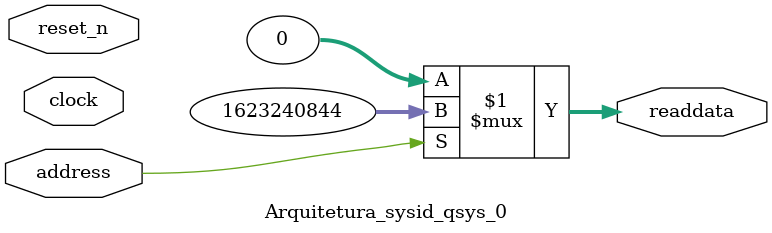
<source format=v>



// synthesis translate_off
`timescale 1ns / 1ps
// synthesis translate_on

// turn off superfluous verilog processor warnings 
// altera message_level Level1 
// altera message_off 10034 10035 10036 10037 10230 10240 10030 

module Arquitetura_sysid_qsys_0 (
               // inputs:
                address,
                clock,
                reset_n,

               // outputs:
                readdata
             )
;

  output  [ 31: 0] readdata;
  input            address;
  input            clock;
  input            reset_n;

  wire    [ 31: 0] readdata;
  //control_slave, which is an e_avalon_slave
  assign readdata = address ? 1623240844 : 0;

endmodule



</source>
